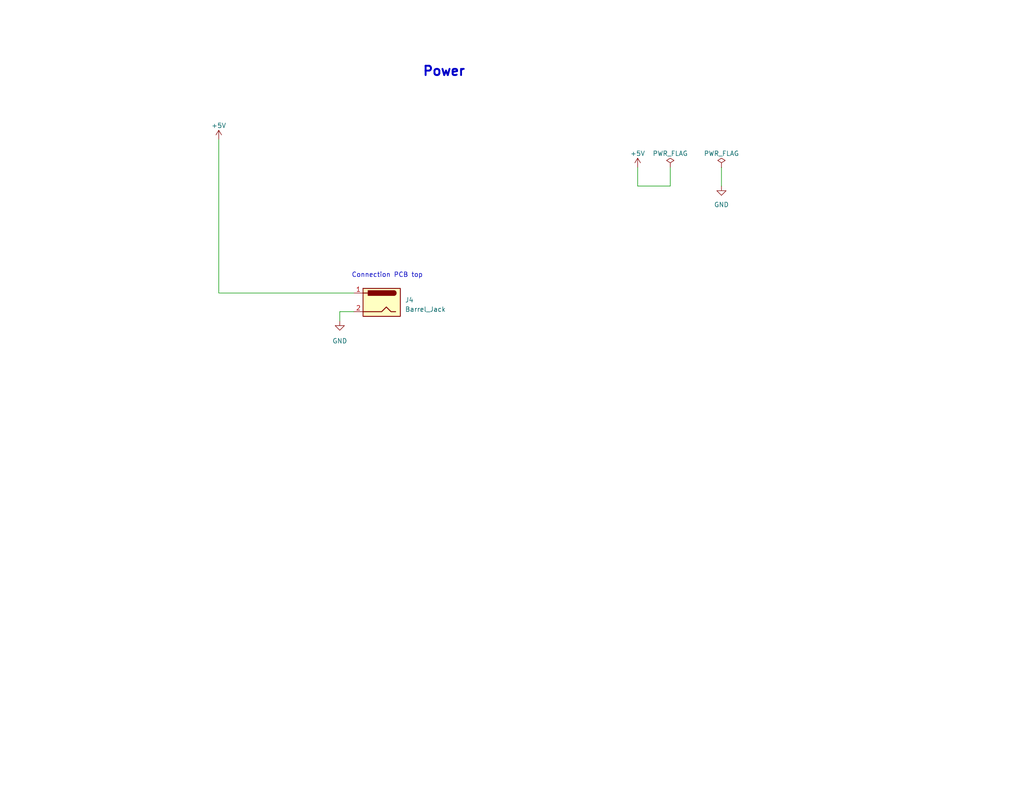
<source format=kicad_sch>
(kicad_sch (version 20231120) (generator "eeschema") (generator_version "8.0")
  (paper "USLetter")
  (lib_symbols
    (symbol "Connector:Barrel_Jack" (pin_names (offset 1.016))
      (property "Reference" "J" (at 0 5.334 0))
      (property "Value" "Barrel_Jack" (at 0 -5.08 0))
      (symbol "Barrel_Jack_0_1"
        (rectangle (start -5.08 3.81) (end 5.08 -3.81) (stroke (width 0.254)) (fill (type background)))
        (arc (start -3.302 3.175) (mid -3.9343 2.54) (end -3.302 1.905) (stroke (width 0.254)))
        (arc (start -3.302 3.175) (mid -3.9343 2.54) (end -3.302 1.905) (stroke (width 0.254)) (fill (type outline)))
        (polyline (pts (xy 5.08 2.54) (xy 3.81 2.54)) (stroke (width 0.254)))
        (polyline (pts (xy -3.81 -2.54) (xy -2.54 -2.54) (xy -1.27 -1.27) (xy 0 -2.54) (xy 2.54 -2.54) (xy 5.08 -2.54)) (stroke (width 0.254)))
        (rectangle (start 3.683 3.175) (end -3.302 1.905) (stroke (width 0.254)) (fill (type outline)))
      )
      (symbol "Barrel_Jack_1_1"
        (pin passive line (at 7.62 2.54 180) (length 2.54) (name "~") (number "1"))
        (pin passive line (at 7.62 -2.54 180) (length 2.54) (name "~") (number "2"))
      )
    )
    (symbol "power:+5V" (power) (pin_names (offset 0))
      (property "Value" "+5V" (at 0 3.556 0))
      (symbol "+5V_0_1"
        (polyline (pts (xy -0.762 1.27) (xy 0 2.54)))
        (polyline (pts (xy 0 0) (xy 0 2.54)))
        (polyline (pts (xy 0 2.54) (xy 0.762 1.27)))
      )
      (symbol "+5V_1_1"
        (pin power_in line (at 0 0 90) (length 0) hide (name "+5V") (number "1"))
      )
    )
    (symbol "power:GND" (power) (pin_names (offset 0))
      (property "Value" "GND" (at 0 -3.81 0))
      (symbol "GND_0_1"
        (polyline (pts (xy 0 0) (xy 0 -1.27) (xy 1.27 -1.27) (xy 0 -2.54) (xy -1.27 -1.27) (xy 0 -1.27)))
      )
      (symbol "GND_1_1"
        (pin power_in line (at 0 0 270) (length 0) hide (name "GND") (number "1"))
      )
    )
    (symbol "power:PWR_FLAG" (power) (pin_numbers hide) (pin_names (offset 0) hide)
      (property "Value" "PWR_FLAG" (at 0 3.81 0))
      (symbol "PWR_FLAG_0_0"
        (pin power_out line (at 0 0 90) (length 0) (name "pwr") (number "1"))
      )
      (symbol "PWR_FLAG_0_1"
        (polyline (pts (xy 0 0) (xy 0 1.27) (xy -1.016 1.905) (xy 0 2.54) (xy 1.016 1.905) (xy 0 1.27)))
      )
    )
  )
  (wire (pts (xy 173.99 45.72) (xy 173.99 50.8)))
  (wire (pts (xy 96.52 85.09) (xy 92.71 85.09)))
  (wire (pts (xy 196.85 45.72) (xy 196.85 50.8)))
  (wire (pts (xy 59.69 38.1) (xy 59.69 80.01)))
  (wire (pts (xy 182.88 45.72) (xy 182.88 50.8)))
  (wire (pts (xy 182.88 50.8) (xy 173.99 50.8)))
  (wire (pts (xy 59.69 80.01) (xy 96.52 80.01)))
  (wire (pts (xy 92.71 85.09) (xy 92.71 87.63)))
  (text "Connection PCB top" (at 105.664 75.184 0) (effects (font (size 1.27 1.27))))
  (text "Power" (at 115.189 21.082 0) (effects (font (size 2.54 2.54) (thickness 0.508) (bold yes)) (justify left bottom)))
  (symbol (lib_id "power:+5V") (at 173.99 45.72 0) (unit 1)
    (property "Reference" "#PWR074" (effects (hide yes)))
    (property "Value" "+5V" (at 173.99 41.91 0))
  )
  (symbol (lib_id "power:+5V") (at 59.69 38.1 0) (unit 1)
    (property "Reference" "#PWR04" (effects (hide yes)))
    (property "Value" "+5V" (at 59.69 34.29 0))
  )
  (symbol (lib_id "power:PWR_FLAG") (at 196.85 45.72 0) (unit 1)
    (property "Reference" "#FLG03" (effects (hide yes)))
    (property "Value" "PWR_FLAG" (at 196.85 41.91 0))
  )
  (symbol (lib_id "power:PWR_FLAG") (at 182.88 45.72 0) (unit 1)
    (property "Reference" "#FLG01" (effects (hide yes)))
    (property "Value" "PWR_FLAG" (at 182.88 41.91 0))
  )
  (symbol (lib_id "power:GND") (at 92.71 87.63 0) (unit 1)
    (property "Reference" "#PWR0561" (effects (hide yes)))
    (property "Value" "GND" (at 92.71 93.091 0))
  )
  (symbol (lib_id "power:GND") (at 196.85 50.8 0) (unit 1)
    (property "Reference" "#PWR013" (effects (hide yes)))
    (property "Value" "GND" (at 196.85 55.88 0))
  )
  (symbol (lib_id "Connector:Barrel_Jack") (at 104.14 82.55 0) (mirror y) (unit 1)
    (property "Reference" "J4" (at 110.49 81.915 0) (effects (justify right)))
    (property "Value" "Barrel_Jack" (at 110.49 84.455 0) (effects (justify right)))
    (property "Footprint" "arena_custom:DCJACK_2PIN_HIGHCURRENT" (effects (hide yes)))
  )
)
</source>
